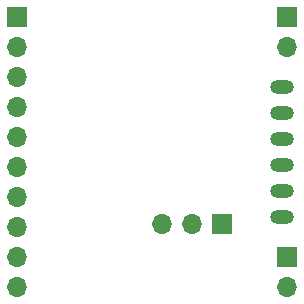
<source format=gbr>
%TF.GenerationSoftware,KiCad,Pcbnew,(6.0.10)*%
%TF.CreationDate,2023-03-03T22:40:34-05:00*%
%TF.ProjectId,module_board,6d6f6475-6c65-45f6-926f-6172642e6b69,rev?*%
%TF.SameCoordinates,Original*%
%TF.FileFunction,Soldermask,Bot*%
%TF.FilePolarity,Negative*%
%FSLAX46Y46*%
G04 Gerber Fmt 4.6, Leading zero omitted, Abs format (unit mm)*
G04 Created by KiCad (PCBNEW (6.0.10)) date 2023-03-03 22:40:34*
%MOMM*%
%LPD*%
G01*
G04 APERTURE LIST*
%ADD10R,1.700000X1.700000*%
%ADD11O,1.700000X1.700000*%
%ADD12O,2.000000X1.200000*%
G04 APERTURE END LIST*
D10*
%TO.C,J10*%
X171420000Y-78570000D03*
D11*
X171420000Y-81110000D03*
%TD*%
D10*
%TO.C,J2*%
X148560000Y-78570000D03*
D11*
X148560000Y-81110000D03*
X148560000Y-83650000D03*
X148560000Y-86190000D03*
X148560000Y-88730000D03*
X148560000Y-91270000D03*
X148560000Y-93810000D03*
X148560000Y-96350000D03*
X148560000Y-98890000D03*
X148560000Y-101430000D03*
%TD*%
D10*
%TO.C,J9*%
X171420000Y-98880000D03*
D11*
X171420000Y-101420000D03*
%TD*%
D10*
%TO.C,J1*%
X165925000Y-96100000D03*
D11*
X163385000Y-96100000D03*
X160845000Y-96100000D03*
%TD*%
D12*
%TO.C,J5*%
X171000000Y-84500000D03*
X171000000Y-86700000D03*
X171000000Y-88900000D03*
X171000000Y-91100000D03*
X171000000Y-93300000D03*
X171000000Y-95500000D03*
%TD*%
M02*

</source>
